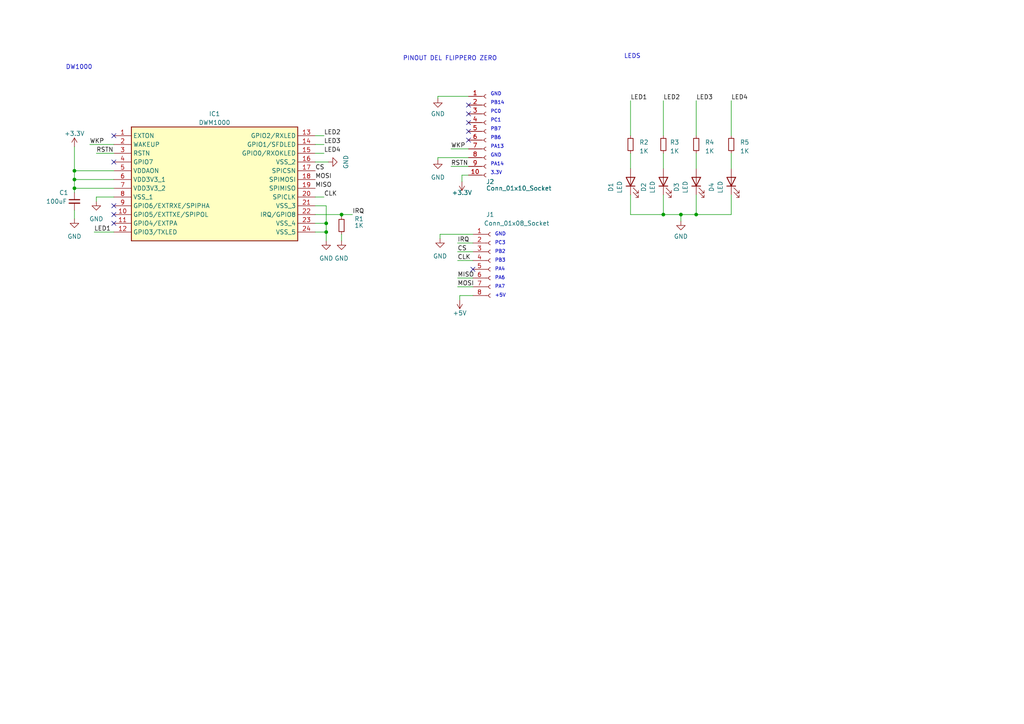
<source format=kicad_sch>
(kicad_sch (version 20230121) (generator eeschema)
  (paper "A4")
  (lib_symbols
    (symbol "Connector:Conn_01x08_Socket" (pin_names (offset 1.016) hide)
      (property "Reference" "J" (at 0 10.16 0))
      (property "Value" "Conn_01x08_Socket" (at 0 -12.7 0))
      (symbol "Conn_01x08_Socket_1_1"
        (arc (start 0 -9.652) (mid -0.5058 -10.16) (end 0 -10.668) (stroke (width 0.1524)))
        (arc (start 0 -7.112) (mid -0.5058 -7.62) (end 0 -8.128) (stroke (width 0.1524)))
        (arc (start 0 -4.572) (mid -0.5058 -5.08) (end 0 -5.588) (stroke (width 0.1524)))
        (arc (start 0 -2.032) (mid -0.5058 -2.54) (end 0 -3.048) (stroke (width 0.1524)))
        (polyline (pts (xy -1.27 -10.16) (xy -0.508 -10.16)) (stroke (width 0.1524)))
        (polyline (pts (xy -1.27 -7.62) (xy -0.508 -7.62)) (stroke (width 0.1524)))
        (polyline (pts (xy -1.27 -5.08) (xy -0.508 -5.08)) (stroke (width 0.1524)))
        (polyline (pts (xy -1.27 -2.54) (xy -0.508 -2.54)) (stroke (width 0.1524)))
        (polyline (pts (xy -1.27 0) (xy -0.508 0)) (stroke (width 0.1524)))
        (polyline (pts (xy -1.27 2.54) (xy -0.508 2.54)) (stroke (width 0.1524)))
        (polyline (pts (xy -1.27 5.08) (xy -0.508 5.08)) (stroke (width 0.1524)))
        (polyline (pts (xy -1.27 7.62) (xy -0.508 7.62)) (stroke (width 0.1524)))
        (arc (start 0 0.508) (mid -0.5058 0) (end 0 -0.508) (stroke (width 0.1524)))
        (arc (start 0 3.048) (mid -0.5058 2.54) (end 0 2.032) (stroke (width 0.1524)))
        (arc (start 0 5.588) (mid -0.5058 5.08) (end 0 4.572) (stroke (width 0.1524)))
        (arc (start 0 8.128) (mid -0.5058 7.62) (end 0 7.112) (stroke (width 0.1524)))
        (pin passive line (at -5.08 7.62 0) (length 3.81) (name "Pin_1") (number "1"))
        (pin passive line (at -5.08 5.08 0) (length 3.81) (name "Pin_2") (number "2"))
        (pin passive line (at -5.08 2.54 0) (length 3.81) (name "Pin_3") (number "3"))
        (pin passive line (at -5.08 0 0) (length 3.81) (name "Pin_4") (number "4"))
        (pin passive line (at -5.08 -2.54 0) (length 3.81) (name "Pin_5") (number "5"))
        (pin passive line (at -5.08 -5.08 0) (length 3.81) (name "Pin_6") (number "6"))
        (pin passive line (at -5.08 -7.62 0) (length 3.81) (name "Pin_7") (number "7"))
        (pin passive line (at -5.08 -10.16 0) (length 3.81) (name "Pin_8") (number "8"))
      )
    )
    (symbol "Connector:Conn_01x10_Socket" (pin_names (offset 1.016) hide)
      (property "Reference" "J" (at 0 12.7 0))
      (property "Value" "Conn_01x10_Socket" (at 0 -15.24 0))
      (symbol "Conn_01x10_Socket_1_1"
        (arc (start 0 -12.192) (mid -0.5058 -12.7) (end 0 -13.208) (stroke (width 0.1524)))
        (arc (start 0 -9.652) (mid -0.5058 -10.16) (end 0 -10.668) (stroke (width 0.1524)))
        (arc (start 0 -7.112) (mid -0.5058 -7.62) (end 0 -8.128) (stroke (width 0.1524)))
        (arc (start 0 -4.572) (mid -0.5058 -5.08) (end 0 -5.588) (stroke (width 0.1524)))
        (arc (start 0 -2.032) (mid -0.5058 -2.54) (end 0 -3.048) (stroke (width 0.1524)))
        (polyline (pts (xy -1.27 -12.7) (xy -0.508 -12.7)) (stroke (width 0.1524)))
        (polyline (pts (xy -1.27 -10.16) (xy -0.508 -10.16)) (stroke (width 0.1524)))
        (polyline (pts (xy -1.27 -7.62) (xy -0.508 -7.62)) (stroke (width 0.1524)))
        (polyline (pts (xy -1.27 -5.08) (xy -0.508 -5.08)) (stroke (width 0.1524)))
        (polyline (pts (xy -1.27 -2.54) (xy -0.508 -2.54)) (stroke (width 0.1524)))
        (polyline (pts (xy -1.27 0) (xy -0.508 0)) (stroke (width 0.1524)))
        (polyline (pts (xy -1.27 2.54) (xy -0.508 2.54)) (stroke (width 0.1524)))
        (polyline (pts (xy -1.27 5.08) (xy -0.508 5.08)) (stroke (width 0.1524)))
        (polyline (pts (xy -1.27 7.62) (xy -0.508 7.62)) (stroke (width 0.1524)))
        (polyline (pts (xy -1.27 10.16) (xy -0.508 10.16)) (stroke (width 0.1524)))
        (arc (start 0 0.508) (mid -0.5058 0) (end 0 -0.508) (stroke (width 0.1524)))
        (arc (start 0 3.048) (mid -0.5058 2.54) (end 0 2.032) (stroke (width 0.1524)))
        (arc (start 0 5.588) (mid -0.5058 5.08) (end 0 4.572) (stroke (width 0.1524)))
        (arc (start 0 8.128) (mid -0.5058 7.62) (end 0 7.112) (stroke (width 0.1524)))
        (arc (start 0 10.668) (mid -0.5058 10.16) (end 0 9.652) (stroke (width 0.1524)))
        (pin passive line (at -5.08 10.16 0) (length 3.81) (name "Pin_1") (number "1"))
        (pin passive line (at -5.08 -12.7 0) (length 3.81) (name "Pin_10") (number "10"))
        (pin passive line (at -5.08 7.62 0) (length 3.81) (name "Pin_2") (number "2"))
        (pin passive line (at -5.08 5.08 0) (length 3.81) (name "Pin_3") (number "3"))
        (pin passive line (at -5.08 2.54 0) (length 3.81) (name "Pin_4") (number "4"))
        (pin passive line (at -5.08 0 0) (length 3.81) (name "Pin_5") (number "5"))
        (pin passive line (at -5.08 -2.54 0) (length 3.81) (name "Pin_6") (number "6"))
        (pin passive line (at -5.08 -5.08 0) (length 3.81) (name "Pin_7") (number "7"))
        (pin passive line (at -5.08 -7.62 0) (length 3.81) (name "Pin_8") (number "8"))
        (pin passive line (at -5.08 -10.16 0) (length 3.81) (name "Pin_9") (number "9"))
      )
    )
    (symbol "DW1000:DWM1000"
      (property "Reference" "IC" (at 54.61 7.62 0))
      (property "Value" "DWM1000" (at 54.61 5.08 0))
      (symbol "DWM1000_1_1"
        (rectangle (start 5.08 2.54) (end 53.34 -30.48) (stroke (width 0.254)) (fill (type background)))
        (pin passive line (at 0 0 0) (length 5.08) (name "EXTON") (number "1"))
        (pin passive line (at 0 -22.86 0) (length 5.08) (name "GPIO5/EXTTXE/SPIPOL") (number "10"))
        (pin passive line (at 0 -25.4 0) (length 5.08) (name "GPIO4/EXTPA") (number "11"))
        (pin passive line (at 0 -27.94 0) (length 5.08) (name "GPIO3/TXLED") (number "12"))
        (pin passive line (at 58.42 0 180) (length 5.08) (name "GPIO2/RXLED") (number "13"))
        (pin passive line (at 58.42 -2.54 180) (length 5.08) (name "GPIO1/SFDLED") (number "14"))
        (pin passive line (at 58.42 -5.08 180) (length 5.08) (name "GPIO0/RXOKLED") (number "15"))
        (pin passive line (at 58.42 -7.62 180) (length 5.08) (name "VSS_2") (number "16"))
        (pin passive line (at 58.42 -10.16 180) (length 5.08) (name "SPICSN") (number "17"))
        (pin passive line (at 58.42 -12.7 180) (length 5.08) (name "SPIMOSI") (number "18"))
        (pin passive line (at 58.42 -15.24 180) (length 5.08) (name "SPIMISO") (number "19"))
        (pin passive line (at 0 -2.54 0) (length 5.08) (name "WAKEUP") (number "2"))
        (pin passive line (at 58.42 -17.78 180) (length 5.08) (name "SPICLK") (number "20"))
        (pin passive line (at 58.42 -20.32 180) (length 5.08) (name "VSS_3") (number "21"))
        (pin passive line (at 58.42 -22.86 180) (length 5.08) (name "IRQ/GPIO8") (number "22"))
        (pin passive line (at 58.42 -25.4 180) (length 5.08) (name "VSS_4") (number "23"))
        (pin passive line (at 58.42 -27.94 180) (length 5.08) (name "VSS_5") (number "24"))
        (pin passive line (at 0 -5.08 0) (length 5.08) (name "RSTN") (number "3"))
        (pin passive line (at 0 -7.62 0) (length 5.08) (name "GPIO7") (number "4"))
        (pin passive line (at 0 -10.16 0) (length 5.08) (name "VDDAON") (number "5"))
        (pin passive line (at 0 -12.7 0) (length 5.08) (name "VDD3V3_1") (number "6"))
        (pin passive line (at 0 -15.24 0) (length 5.08) (name "VDD3V3_2") (number "7"))
        (pin passive line (at 0 -17.78 0) (length 5.08) (name "VSS_1") (number "8"))
        (pin passive line (at 0 -20.32 0) (length 5.08) (name "GPIO6/EXTRXE/SPIPHA") (number "9"))
      )
    )
    (symbol "Device:C_Small" (pin_numbers hide) (pin_names (offset 0.254) hide)
      (property "Reference" "C" (at 0.254 1.778 0))
      (property "Value" "C_Small" (at 0.254 -2.032 0))
      (symbol "C_Small_0_1"
        (polyline (pts (xy -1.524 -0.508) (xy 1.524 -0.508)) (stroke (width 0.3302)))
        (polyline (pts (xy -1.524 0.508) (xy 1.524 0.508)) (stroke (width 0.3048)))
      )
      (symbol "C_Small_1_1"
        (pin passive line (at 0 2.54 270) (length 2.032) (name "~") (number "1"))
        (pin passive line (at 0 -2.54 90) (length 2.032) (name "~") (number "2"))
      )
    )
    (symbol "Device:LED" (pin_numbers hide) (pin_names (offset 1.016) hide)
      (property "Reference" "D" (at 0 2.54 0))
      (property "Value" "LED" (at 0 -2.54 0))
      (symbol "LED_0_1"
        (polyline (pts (xy -1.27 -1.27) (xy -1.27 1.27)) (stroke (width 0.254)))
        (polyline (pts (xy -1.27 0) (xy 1.27 0)))
        (polyline (pts (xy 1.27 -1.27) (xy 1.27 1.27) (xy -1.27 0) (xy 1.27 -1.27)) (stroke (width 0.254)))
        (polyline (pts (xy -3.048 -0.762) (xy -4.572 -2.286) (xy -3.81 -2.286) (xy -4.572 -2.286) (xy -4.572 -1.524)))
        (polyline (pts (xy -1.778 -0.762) (xy -3.302 -2.286) (xy -2.54 -2.286) (xy -3.302 -2.286) (xy -3.302 -1.524)))
      )
      (symbol "LED_1_1"
        (pin passive line (at -3.81 0 0) (length 2.54) (name "K") (number "1"))
        (pin passive line (at 3.81 0 180) (length 2.54) (name "A") (number "2"))
      )
    )
    (symbol "Device:R_Small" (pin_numbers hide) (pin_names (offset 0.254) hide)
      (property "Reference" "R" (at 0.762 0.508 0))
      (property "Value" "R_Small" (at 0.762 -1.016 0))
      (symbol "R_Small_0_1"
        (rectangle (start -0.762 1.778) (end 0.762 -1.778) (stroke (width 0.2032)))
      )
      (symbol "R_Small_1_1"
        (pin passive line (at 0 2.54 270) (length 0.762) (name "~") (number "1"))
        (pin passive line (at 0 -2.54 90) (length 0.762) (name "~") (number "2"))
      )
    )
    (symbol "power:+3.3V" (power) (pin_names (offset 0))
      (property "Value" "+3.3V" (at 0 3.556 0))
      (symbol "+3.3V_0_1"
        (polyline (pts (xy -0.762 1.27) (xy 0 2.54)))
        (polyline (pts (xy 0 0) (xy 0 2.54)))
        (polyline (pts (xy 0 2.54) (xy 0.762 1.27)))
      )
      (symbol "+3.3V_1_1"
        (pin power_in line (at 0 0 90) (length 0) hide (name "+3.3V") (number "1"))
      )
    )
    (symbol "power:+5V" (power) (pin_names (offset 0))
      (property "Value" "+5V" (at 0 3.556 0))
      (symbol "+5V_0_1"
        (polyline (pts (xy -0.762 1.27) (xy 0 2.54)))
        (polyline (pts (xy 0 0) (xy 0 2.54)))
        (polyline (pts (xy 0 2.54) (xy 0.762 1.27)))
      )
      (symbol "+5V_1_1"
        (pin power_in line (at 0 0 90) (length 0) hide (name "+5V") (number "1"))
      )
    )
    (symbol "power:GND" (power) (pin_names (offset 0))
      (property "Value" "GND" (at 0 -3.81 0))
      (symbol "GND_0_1"
        (polyline (pts (xy 0 0) (xy 0 -1.27) (xy 1.27 -1.27) (xy 0 -2.54) (xy -1.27 -1.27) (xy 0 -1.27)))
      )
      (symbol "GND_1_1"
        (pin power_in line (at 0 0 270) (length 0) hide (name "GND") (number "1"))
      )
    )
  )
  (junction (at 21.59 54.61))
  (junction (at 99.06 62.23))
  (junction (at 94.615 64.77))
  (junction (at 201.93 62.23))
  (junction (at 94.615 67.31))
  (junction (at 21.59 49.53))
  (junction (at 197.485 62.23))
  (junction (at 21.59 52.07))
  (junction (at 192.405 62.23))
  (no_connect (at 137.16 78.105))
  (no_connect (at 33.02 62.23))
  (no_connect (at 135.89 33.02))
  (no_connect (at 135.89 40.64))
  (no_connect (at 33.02 64.77))
  (no_connect (at 33.02 39.37))
  (no_connect (at 135.89 38.1))
  (no_connect (at 33.02 46.99))
  (no_connect (at 33.02 59.69))
  (no_connect (at 135.89 35.56))
  (no_connect (at 135.89 30.48))
  (wire (pts (xy 127.635 67.945) (xy 127.635 69.215)))
  (wire (pts (xy 212.09 29.21) (xy 212.09 39.37)))
  (wire (pts (xy 182.88 44.45) (xy 182.88 48.895)))
  (wire (pts (xy 94.615 67.31) (xy 94.615 69.85)))
  (wire (pts (xy 201.93 29.21) (xy 201.93 39.37)))
  (wire (pts (xy 91.44 59.69) (xy 94.615 59.69)))
  (wire (pts (xy 91.44 62.23) (xy 99.06 62.23)))
  (wire (pts (xy 127 27.94) (xy 135.89 27.94)))
  (wire (pts (xy 201.93 62.23) (xy 201.93 56.515)))
  (wire (pts (xy 192.405 44.45) (xy 192.405 48.895)))
  (wire (pts (xy 91.44 41.91) (xy 93.98 41.91)))
  (wire (pts (xy 21.59 52.07) (xy 21.59 49.53)))
  (wire (pts (xy 197.485 62.23) (xy 197.485 64.135)))
  (wire (pts (xy 21.59 42.545) (xy 21.59 49.53)))
  (wire (pts (xy 197.485 62.23) (xy 192.405 62.23)))
  (wire (pts (xy 99.06 67.945) (xy 99.06 69.85)))
  (wire (pts (xy 99.06 62.23) (xy 102.235 62.23)))
  (wire (pts (xy 130.81 43.18) (xy 135.89 43.18)))
  (wire (pts (xy 212.09 62.23) (xy 212.09 56.515)))
  (wire (pts (xy 91.44 64.77) (xy 94.615 64.77)))
  (wire (pts (xy 133.985 50.8) (xy 133.985 52.705)))
  (wire (pts (xy 132.715 75.565) (xy 137.16 75.565)))
  (wire (pts (xy 132.715 83.185) (xy 137.16 83.185)))
  (wire (pts (xy 130.81 48.26) (xy 135.89 48.26)))
  (wire (pts (xy 127 45.72) (xy 135.89 45.72)))
  (wire (pts (xy 91.44 67.31) (xy 94.615 67.31)))
  (wire (pts (xy 27.94 44.45) (xy 33.02 44.45)))
  (wire (pts (xy 135.89 50.8) (xy 133.985 50.8)))
  (wire (pts (xy 27.94 57.15) (xy 27.94 58.42)))
  (wire (pts (xy 201.93 62.23) (xy 212.09 62.23)))
  (wire (pts (xy 127.635 67.945) (xy 137.16 67.945)))
  (wire (pts (xy 21.59 52.07) (xy 21.59 54.61)))
  (wire (pts (xy 132.715 73.025) (xy 137.16 73.025)))
  (wire (pts (xy 127 27.94) (xy 127 28.575)))
  (wire (pts (xy 212.09 44.45) (xy 212.09 48.895)))
  (wire (pts (xy 99.06 62.23) (xy 99.06 62.865)))
  (wire (pts (xy 91.44 44.45) (xy 93.98 44.45)))
  (wire (pts (xy 21.59 52.07) (xy 33.02 52.07)))
  (wire (pts (xy 133.35 85.725) (xy 133.35 86.995)))
  (wire (pts (xy 182.88 62.23) (xy 192.405 62.23)))
  (wire (pts (xy 26.035 41.91) (xy 33.02 41.91)))
  (wire (pts (xy 91.44 57.15) (xy 93.98 57.15)))
  (wire (pts (xy 21.59 49.53) (xy 33.02 49.53)))
  (wire (pts (xy 132.715 70.485) (xy 137.16 70.485)))
  (wire (pts (xy 91.44 46.99) (xy 95.25 46.99)))
  (wire (pts (xy 21.59 54.61) (xy 21.59 55.88)))
  (wire (pts (xy 94.615 59.69) (xy 94.615 64.77)))
  (wire (pts (xy 182.88 29.21) (xy 182.88 39.37)))
  (wire (pts (xy 182.88 56.515) (xy 182.88 62.23)))
  (wire (pts (xy 94.615 64.77) (xy 94.615 67.31)))
  (wire (pts (xy 127 45.72) (xy 127 46.355)))
  (wire (pts (xy 21.59 54.61) (xy 33.02 54.61)))
  (wire (pts (xy 91.44 39.37) (xy 93.98 39.37)))
  (wire (pts (xy 192.405 56.515) (xy 192.405 62.23)))
  (wire (pts (xy 27.305 67.31) (xy 33.02 67.31)))
  (wire (pts (xy 201.93 44.45) (xy 201.93 48.895)))
  (wire (pts (xy 21.59 60.96) (xy 21.59 63.5)))
  (wire (pts (xy 192.405 29.21) (xy 192.405 39.37)))
  (wire (pts (xy 132.715 80.645) (xy 137.16 80.645)))
  (wire (pts (xy 33.02 57.15) (xy 27.94 57.15)))
  (wire (pts (xy 137.16 85.725) (xy 133.35 85.725)))
  (wire (pts (xy 197.485 62.23) (xy 201.93 62.23)))
  (text "PA13" (at 142.24 43.18 0) (effects (font (size 1 1)) (justify left bottom)))
  (text "PC1" (at 142.24 35.56 0) (effects (font (size 1 1)) (justify left bottom)))
  (text "DW1000\n" (at 19.05 20.32 0) (effects (font (size 1.27 1.27)) (justify left bottom)))
  (text "GND" (at 142.24 27.94 0) (effects (font (size 1 1)) (justify left bottom)))
  (text "PB2" (at 143.51 73.66 0) (effects (font (size 1 1)) (justify left bottom)))
  (text "PA14\n" (at 142.24 48.26 0) (effects (font (size 1 1)) (justify left bottom)))
  (text "PA7" (at 143.51 83.82 0) (effects (font (size 1 1)) (justify left bottom)))
  (text "PA4" (at 143.51 78.74 0) (effects (font (size 1 1)) (justify left bottom)))
  (text "+5V" (at 143.51 86.36 0) (effects (font (size 1 1)) (justify left bottom)))
  (text "PB14\n" (at 142.24 30.48 0) (effects (font (size 1 1)) (justify left bottom)))
  (text "PINOUT DEL FLIPPERO ZERO" (at 116.84 17.78 0) (effects (font (size 1.27 1.27)) (justify left bottom)))
  (text "PA6" (at 143.51 81.28 0) (effects (font (size 1 1)) (justify left bottom)))
  (text "PB6" (at 142.24 40.64 0) (effects (font (size 1 1)) (justify left bottom)))
  (text "GND" (at 142.24 45.72 0) (effects (font (size 1 1)) (justify left bottom)))
  (text "PC3" (at 143.51 71.12 0) (effects (font (size 1 1)) (justify left bottom)))
  (text "GND" (at 143.51 68.58 0) (effects (font (size 1 1)) (justify left bottom)))
  (text "LEDS" (at 180.975 17.145 0) (effects (font (size 1.27 1.27)) (justify left bottom)))
  (text "3.3V" (at 142.24 50.8 0) (effects (font (size 1 1)) (justify left bottom)))
  (text "PB7" (at 142.24 38.1 0) (effects (font (size 1 1)) (justify left bottom)))
  (text "PC0" (at 142.24 33.02 0) (effects (font (size 1 1)) (justify left bottom)))
  (text "PB3" (at 143.51 76.2 0) (effects (font (size 1 1)) (justify left bottom)))
  (label "MOSI" (at 132.715 83.185 0))
  (label "CS" (at 91.44 49.53 0))
  (label "LED4" (at 212.09 29.21 0))
  (label "CLK" (at 132.715 75.565 0))
  (label "LED2" (at 93.98 39.37 0))
  (label "LED3" (at 93.98 41.91 0))
  (label "IRQ" (at 102.235 62.23 0))
  (label "WKP" (at 26.035 41.91 0))
  (label "MOSI" (at 91.44 52.07 0))
  (label "RSTN" (at 130.81 48.26 0))
  (label "CS" (at 132.715 73.025 0))
  (label "LED1" (at 27.305 67.31 0))
  (label "LED2" (at 192.405 29.21 0))
  (label "LED3" (at 201.93 29.21 0))
  (label "IRQ" (at 132.715 70.485 0))
  (label "CLK" (at 93.98 57.15 0))
  (label "MISO" (at 91.44 54.61 0))
  (label "RSTN" (at 27.94 44.45 0))
  (label "LED1" (at 182.88 29.21 0))
  (label "WKP" (at 130.81 43.18 0))
  (label "MISO" (at 132.715 80.645 0))
  (label "LED4" (at 93.98 44.45 0))
  (symbol (lib_id "Device:LED") (at 201.93 52.705 90) (unit 1)
    (property "Reference" "D3" (at 196.215 54.2925 0))
    (property "Value" "LED" (at 198.755 54.2925 0))
    (property "Footprint" "LED_SMD:LED_0805_2012Metric" (effects hide))
    (property "Datasheet" "https://datasheet.lcsc.com/lcsc/2008201032_Foshan-NationStar-Optoelectronics-NCD0805Y1_C84261.pdf" (effects hide))
    (property "LCSC Part Number" "C84261" (effects hide))
    (property "LCSC Price/Stock" "https://www.lcsc.com/product-detail/Light-Emitting-Diodes-span-style-background-color-ff0-LED-span_Foshan-NationStar-Optoelectronics-NCD0805Y1_C84261.html" (effects hide))
    (property "Manufacturer_Name" "Foshan NationStar Optoelectronics" (effects hide))
    (property "Manufacturer_Part_Number" "NCD0805Y1" (effects hide))
    (property "LCSC#" "C84261" (effects hide))
    (property "Proveedor" "LCSC" (effects hide))
    (property "manf#" "NCD0805Y1" (effects hide))
  )
  (symbol (lib_id "power:GND") (at 94.615 69.85 0) (unit 1)
    (property "Reference" "#PWR03" (effects hide))
    (property "Value" "GND" (at 94.615 74.93 0))
  )
  (symbol (lib_id "Device:LED") (at 212.09 52.705 90) (unit 1)
    (property "Reference" "D4" (at 206.375 54.2925 0))
    (property "Value" "LED" (at 208.915 54.2925 0))
    (property "Footprint" "LED_SMD:LED_0805_2012Metric" (effects hide))
    (property "Datasheet" "https://datasheet.lcsc.com/lcsc/1811011911_ARKLED-Wuxi-ARK-Tech-Elec-D-R080508L3-KS2_C130114.pdf" (effects hide))
    (property "LCSC Part Number" "C130114" (effects hide))
    (property "LCSC Price/Stock" "https://www.lcsc.com/product-detail/Light-Emitting-Diodes-LED_ARKLED-Wuxi-ARK-Tech-Elec-D-R080508L3-KS2_C130114.html" (effects hide))
    (property "Manufacturer_Name" "ARKLED" (effects hide))
    (property "Manufacturer_Part_Number" "D-R080508L3-KS2" (effects hide))
    (property "LCSC#" "C130114" (effects hide))
    (property "Proveedor" "LCSC" (effects hide))
    (property "manf#" "D-R080508L3-KS2" (effects hide))
  )
  (symbol (lib_id "power:GND") (at 95.25 46.99 90) (mirror x) (unit 1)
    (property "Reference" "#PWR05" (effects hide))
    (property "Value" "GND" (at 100.33 46.99 0))
  )
  (symbol (lib_id "Device:R_Small") (at 99.06 65.405 0) (unit 1)
    (property "Reference" "R1" (at 104.14 63.5 0))
    (property "Value" "1K" (at 104.14 65.405 0))
    (property "Footprint" "Resistor_SMD:R_0805_2012Metric" (effects hide))
    (property "Datasheet" "https://datasheet.lcsc.com/lcsc/2206010100_UNI-ROYAL-Uniroyal-Elec-0805W8J0102T5E_C25623.pdf" (effects hide))
    (property "LCSC Part Number" "C25623" (effects hide))
    (property "LCSC Price/Stock" "https://www.lcsc.com/product-detail/Chip-Resistor-Surface-Mount_UNI-ROYAL-Uniroyal-Elec-0805W8J0102T5E_C25623.html" (effects hide))
    (property "Manufacturer_Name" "Uniroyal Elec" (effects hide))
    (property "Manufacturer_Part_Number" "0805W8J0102T5E" (effects hide))
    (property "LCSC#" "C25623" (effects hide))
    (property "Proveedor" "LCSC" (effects hide))
    (property "manf#" "0805W8J0102T5E" (effects hide))
  )
  (symbol (lib_id "Device:R_Small") (at 182.88 41.91 0) (unit 1)
    (property "Reference" "R2" (at 185.42 41.275 0) (effects (justify left)))
    (property "Value" "1K" (at 185.42 43.815 0) (effects (justify left)))
    (property "Footprint" "Resistor_SMD:R_0805_2012Metric" (effects hide))
    (property "Datasheet" "https://datasheet.lcsc.com/lcsc/2206010100_UNI-ROYAL-Uniroyal-Elec-0805W8J0102T5E_C25623.pdf" (effects hide))
    (property "LCSC Part Number" "C25623" (effects hide))
    (property "LCSC Price/Stock" "https://www.lcsc.com/product-detail/Chip-Resistor-Surface-Mount_UNI-ROYAL-Uniroyal-Elec-0805W8J0102T5E_C25623.html" (effects hide))
    (property "Manufacturer_Name" "Uniroyal Elec" (effects hide))
    (property "Manufacturer_Part_Number" "0805W8J0102T5E" (effects hide))
    (property "LCSC#" "C25623" (effects hide))
    (property "Proveedor" "LCSC" (effects hide))
    (property "manf#" "0805W8J0102T5E" (effects hide))
  )
  (symbol (lib_id "power:GND") (at 127.635 69.215 0) (unit 1)
    (property "Reference" "#PWR06" (effects hide))
    (property "Value" "GND" (at 127.635 74.295 0))
  )
  (symbol (lib_id "Connector:Conn_01x08_Socket") (at 142.24 75.565 0) (unit 1)
    (property "Reference" "J1" (at 140.97 62.23 0) (effects (justify left)))
    (property "Value" "Conn_01x08_Socket" (at 140.335 64.77 0) (effects (justify left)))
    (property "Footprint" "Connector_PinHeader_2.54mm:PinHeader_1x08_P2.54mm_Horizontal" (effects hide))
    (property "LCSC#" "C5360907" (effects hide))
    (property "Proveedor" "LCSC" (effects hide))
    (property "manf#" "PZ2.54-1*20-WZ" (effects hide))
  )
  (symbol (lib_id "power:GND") (at 197.485 64.135 0) (unit 1)
    (property "Reference" "#PWR09" (effects hide))
    (property "Value" "GND" (at 197.485 68.58 0))
  )
  (symbol (lib_id "Device:R_Small") (at 201.93 41.91 0) (unit 1)
    (property "Reference" "R4" (at 204.47 41.275 0) (effects (justify left)))
    (property "Value" "1K" (at 204.47 43.815 0) (effects (justify left)))
    (property "Footprint" "Resistor_SMD:R_0805_2012Metric" (effects hide))
    (property "Datasheet" "https://datasheet.lcsc.com/lcsc/2206010100_UNI-ROYAL-Uniroyal-Elec-0805W8J0102T5E_C25623.pdf" (effects hide))
    (property "LCSC Part Number" "C25623" (effects hide))
    (property "LCSC Price/Stock" "https://www.lcsc.com/product-detail/Chip-Resistor-Surface-Mount_UNI-ROYAL-Uniroyal-Elec-0805W8J0102T5E_C25623.html" (effects hide))
    (property "Manufacturer_Name" "Uniroyal Elec" (effects hide))
    (property "Manufacturer_Part_Number" "0805W8J0102T5E" (effects hide))
    (property "LCSC#" "C25623" (effects hide))
    (property "Proveedor" "LCSC" (effects hide))
    (property "manf#" "0805W8J0102T5E" (effects hide))
  )
  (symbol (lib_id "power:+3.3V") (at 133.985 52.705 180) (unit 1)
    (property "Reference" "#PWR010" (effects hide))
    (property "Value" "+3.3V" (at 133.985 55.88 0))
  )
  (symbol (lib_id "Device:R_Small") (at 192.405 41.91 0) (unit 1)
    (property "Reference" "R3" (at 194.31 41.275 0) (effects (justify left)))
    (property "Value" "1K" (at 194.31 43.815 0) (effects (justify left)))
    (property "Footprint" "Resistor_SMD:R_0805_2012Metric" (effects hide))
    (property "Datasheet" "https://datasheet.lcsc.com/lcsc/2206010100_UNI-ROYAL-Uniroyal-Elec-0805W8J0102T5E_C25623.pdf" (effects hide))
    (property "LCSC Part Number" "C25623" (effects hide))
    (property "LCSC Price/Stock" "https://www.lcsc.com/product-detail/Chip-Resistor-Surface-Mount_UNI-ROYAL-Uniroyal-Elec-0805W8J0102T5E_C25623.html" (effects hide))
    (property "Manufacturer_Name" "Uniroyal Elec" (effects hide))
    (property "Manufacturer_Part_Number" "0805W8J0102T5E" (effects hide))
    (property "LCSC#" "C25623" (effects hide))
    (property "Proveedor" "LCSC" (effects hide))
    (property "manf#" "0805W8J0102T5E" (effects hide))
  )
  (symbol (lib_id "Device:LED") (at 192.405 52.705 90) (unit 1)
    (property "Reference" "D2" (at 186.69 54.2925 0))
    (property "Value" "LED" (at 189.23 54.2925 0))
    (property "Footprint" "LED_SMD:LED_0805_2012Metric" (effects hide))
    (property "Datasheet" "https://datasheet.lcsc.com/lcsc/2008031207_Orient-ORH-G35A_C205442.pdf" (effects hide))
    (property "LCSC Part Number" "C205442" (effects hide))
    (property "LCSC Price/Stock" "https://www.lcsc.com/product-detail/Light-Emitting-Diodes-LED_Orient-ORH-G35A_C205442.html" (effects hide))
    (property "Manufacturer_Name" "Orient" (effects hide))
    (property "Manufacturer_Part_Number" "ORH-G35A" (effects hide))
    (property "LCSC#" "C205442" (effects hide))
    (property "Proveedor" "LCSC" (effects hide))
    (property "manf#" "ORH-G35A" (effects hide))
  )
  (symbol (lib_id "Device:R_Small") (at 212.09 41.91 0) (unit 1)
    (property "Reference" "R5" (at 214.63 41.275 0) (effects (justify left)))
    (property "Value" "1K" (at 214.63 43.815 0) (effects (justify left)))
    (property "Footprint" "Resistor_SMD:R_0805_2012Metric" (effects hide))
    (property "Datasheet" "https://datasheet.lcsc.com/lcsc/2206010100_UNI-ROYAL-Uniroyal-Elec-0805W8J0102T5E_C25623.pdf" (effects hide))
    (property "LCSC Part Number" "C25623" (effects hide))
    (property "LCSC Price/Stock" "https://www.lcsc.com/product-detail/Chip-Resistor-Surface-Mount_UNI-ROYAL-Uniroyal-Elec-0805W8J0102T5E_C25623.html" (effects hide))
    (property "Manufacturer_Name" "Uniroyal Elec" (effects hide))
    (property "Manufacturer_Part_Number" "0805W8J0102T5E" (effects hide))
    (property "LCSC#" "C25623" (effects hide))
    (property "Proveedor" "LCSC" (effects hide))
    (property "manf#" "0805W8J0102T5E" (effects hide))
  )
  (symbol (lib_id "power:GND") (at 27.94 58.42 0) (unit 1)
    (property "Reference" "#PWR02" (effects hide))
    (property "Value" "GND" (at 27.94 63.5 0))
  )
  (symbol (lib_id "Connector:Conn_01x10_Socket") (at 140.97 38.1 0) (unit 1)
    (property "Reference" "J2" (at 140.97 52.705 0) (effects (justify left)))
    (property "Value" "Conn_01x10_Socket" (at 140.97 54.61 0) (effects (justify left)))
    (property "Footprint" "Connector_PinHeader_2.54mm:PinHeader_1x10_P2.54mm_Horizontal" (effects hide))
    (property "LCSC#" "C5360907" (effects hide))
    (property "Proveedor" "LCSC" (effects hide))
    (property "manf#" "PZ2.54-1*20-WZ" (effects hide))
  )
  (symbol (lib_id "power:+5V") (at 133.35 86.995 180) (unit 1)
    (property "Reference" "#PWR04" (effects hide))
    (property "Value" "+5V" (at 133.35 90.805 0))
  )
  (symbol (lib_id "Device:LED") (at 182.88 52.705 90) (unit 1)
    (property "Reference" "D1" (at 177.165 54.2925 0))
    (property "Value" "LED" (at 179.705 54.2925 0))
    (property "Footprint" "LED_SMD:LED_0805_2012Metric" (effects hide))
    (property "Datasheet" "https://datasheet.lcsc.com/lcsc/2008031207_Orient-ORH-G35A_C205442.pdf" (effects hide))
    (property "LCSC Part Number" "C205442" (effects hide))
    (property "LCSC Price/Stock" "https://www.lcsc.com/product-detail/Light-Emitting-Diodes-LED_Orient-ORH-G35A_C205442.html" (effects hide))
    (property "Manufacturer_Name" "Orient" (effects hide))
    (property "Manufacturer_Part_Number" "ORH-G35A" (effects hide))
    (property "LCSC#" "C205442" (effects hide))
    (property "Proveedor" "LCSC" (effects hide))
    (property "manf#" "ORH-G35A" (effects hide))
  )
  (symbol (lib_id "DW1000:DWM1000") (at 33.02 39.37 0) (unit 1)
    (property "Reference" "IC1" (at 62.23 33.02 0))
    (property "Value" "DWM1000" (at 62.23 35.56 0))
    (property "Footprint" "RF_Module:DWM1000" (effects hide))
    (property "Datasheet" "https://www.mouser.in/pdfDocs/dwm1000-datasheet-1.pdf" (effects hide))
    (property "Height" "3.15" (effects hide))
    (property "Mouser Part Number" "772-DWM1000" (effects hide))
    (property "Mouser Price/Stock" "https://www.mouser.co.uk/ProductDetail/Qorvo/DWM1000?qs=TiOZkKH1s2R6b5D6df63Pg%3D%3D" (effects hide))
    (property "Manufacturer_Name" "Qorvo" (effects hide))
    (property "Manufacturer_Part_Number" "DWM1000" (effects hide))
    (property "Proveedor" "Mouser" (effects hide))
    (property "manf#" "772-DWM1000" (effects hide))
  )
  (symbol (lib_id "power:GND") (at 127 46.355 0) (unit 1)
    (property "Reference" "#PWR011" (effects hide))
    (property "Value" "GND" (at 127 51.435 0))
  )
  (symbol (lib_id "power:GND") (at 21.59 63.5 0) (unit 1)
    (property "Reference" "#PWR08" (effects hide))
    (property "Value" "GND" (at 21.59 68.58 0))
  )
  (symbol (lib_id "power:GND") (at 99.06 69.85 0) (unit 1)
    (property "Reference" "#PWR07" (effects hide))
    (property "Value" "GND" (at 99.06 74.93 0))
  )
  (symbol (lib_id "power:GND") (at 127 28.575 0) (unit 1)
    (property "Reference" "#PWR012" (effects hide))
    (property "Value" "GND" (at 127 33.02 0))
  )
  (symbol (lib_id "Device:C_Small") (at 21.59 58.42 0) (unit 1)
    (property "Reference" "C1" (at 17.145 55.88 0) (effects (justify left)))
    (property "Value" "100uF" (at 13.335 58.42 0) (effects (justify left)))
    (property "Footprint" "Capacitor_SMD:C_0805_2012Metric" (effects hide))
    (property "Datasheet" "https://www.mouser.mx/datasheet/2/40/AVXC_S_A0011956863_1-2538498.pdf" (effects hide))
    (property "Manufacturer_Name" "KYOCERA AVX" (effects hide))
    (property "Manufacturer_Part_Number" "TLCR107M006RTA" (effects hide))
    (property "Mouser Part Number" "581-TLCR107M006RTA" (effects hide))
    (property "Mouser Price/Stock" "https://www.mouser.mx/ProductDetail/KYOCERA-AVX/TLCR107M006RTA?qs=n0G5RV3mHfM8C%252Bij%2F2SkgA%3D%3D" (effects hide))
    (property "Proveedor" "Mouser" (effects hide))
    (property "manf#" "581-TLCR107M006RTA" (effects hide))
  )
  (symbol (lib_id "power:+3.3V") (at 21.59 42.545 0) (unit 1)
    (property "Reference" "#PWR01" (effects hide))
    (property "Value" "+3.3V" (at 21.59 38.735 0))
  )
)
</source>
